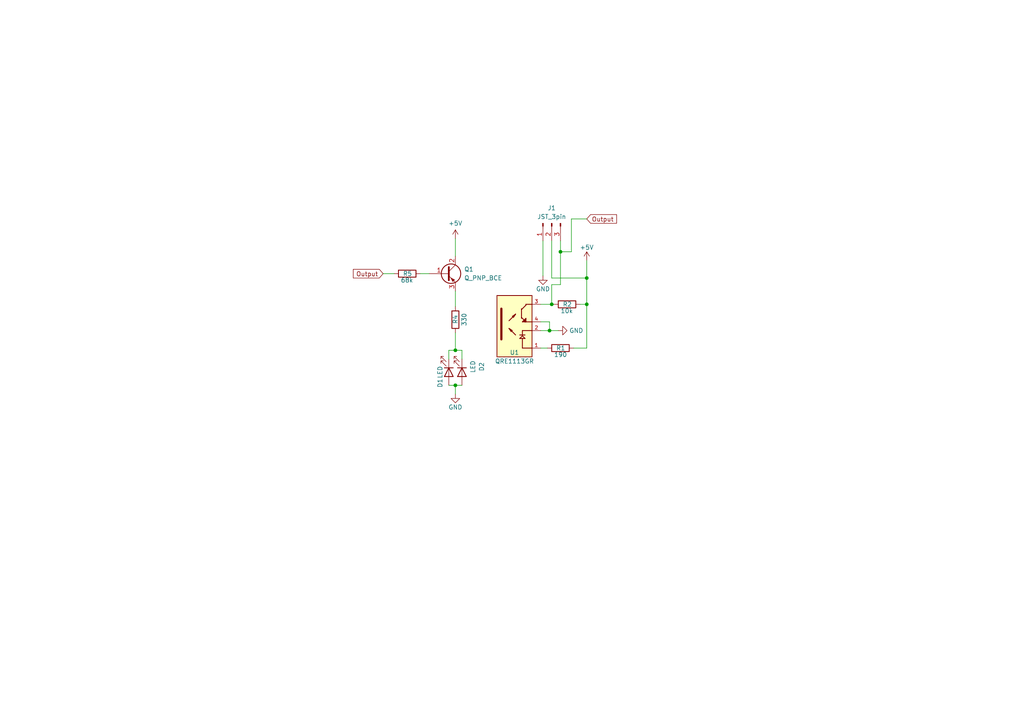
<source format=kicad_sch>
(kicad_sch (version 20230121) (generator eeschema)

  (uuid 8a9180b9-0836-4443-9d32-9390a98bda65)

  (paper "A4")

  (lib_symbols
    (symbol "Connector:Conn_01x03_Pin" (pin_names (offset 1.016) hide) (in_bom yes) (on_board yes)
      (property "Reference" "J" (at 0 5.08 0)
        (effects (font (size 1.27 1.27)))
      )
      (property "Value" "Conn_01x03_Pin" (at 0 -5.08 0)
        (effects (font (size 1.27 1.27)))
      )
      (property "Footprint" "" (at 0 0 0)
        (effects (font (size 1.27 1.27)) hide)
      )
      (property "Datasheet" "~" (at 0 0 0)
        (effects (font (size 1.27 1.27)) hide)
      )
      (property "ki_locked" "" (at 0 0 0)
        (effects (font (size 1.27 1.27)))
      )
      (property "ki_keywords" "connector" (at 0 0 0)
        (effects (font (size 1.27 1.27)) hide)
      )
      (property "ki_description" "Generic connector, single row, 01x03, script generated" (at 0 0 0)
        (effects (font (size 1.27 1.27)) hide)
      )
      (property "ki_fp_filters" "Connector*:*_1x??_*" (at 0 0 0)
        (effects (font (size 1.27 1.27)) hide)
      )
      (symbol "Conn_01x03_Pin_1_1"
        (polyline
          (pts
            (xy 1.27 -2.54)
            (xy 0.8636 -2.54)
          )
          (stroke (width 0.1524) (type default))
          (fill (type none))
        )
        (polyline
          (pts
            (xy 1.27 0)
            (xy 0.8636 0)
          )
          (stroke (width 0.1524) (type default))
          (fill (type none))
        )
        (polyline
          (pts
            (xy 1.27 2.54)
            (xy 0.8636 2.54)
          )
          (stroke (width 0.1524) (type default))
          (fill (type none))
        )
        (rectangle (start 0.8636 -2.413) (end 0 -2.667)
          (stroke (width 0.1524) (type default))
          (fill (type outline))
        )
        (rectangle (start 0.8636 0.127) (end 0 -0.127)
          (stroke (width 0.1524) (type default))
          (fill (type outline))
        )
        (rectangle (start 0.8636 2.667) (end 0 2.413)
          (stroke (width 0.1524) (type default))
          (fill (type outline))
        )
        (pin passive line (at 5.08 2.54 180) (length 3.81)
          (name "Pin_1" (effects (font (size 1.27 1.27))))
          (number "1" (effects (font (size 1.27 1.27))))
        )
        (pin passive line (at 5.08 0 180) (length 3.81)
          (name "Pin_2" (effects (font (size 1.27 1.27))))
          (number "2" (effects (font (size 1.27 1.27))))
        )
        (pin passive line (at 5.08 -2.54 180) (length 3.81)
          (name "Pin_3" (effects (font (size 1.27 1.27))))
          (number "3" (effects (font (size 1.27 1.27))))
        )
      )
    )
    (symbol "Device:LED" (pin_numbers hide) (pin_names (offset 1.016) hide) (in_bom yes) (on_board yes)
      (property "Reference" "D" (at 0 2.54 0)
        (effects (font (size 1.27 1.27)))
      )
      (property "Value" "LED" (at 0 -2.54 0)
        (effects (font (size 1.27 1.27)))
      )
      (property "Footprint" "" (at 0 0 0)
        (effects (font (size 1.27 1.27)) hide)
      )
      (property "Datasheet" "~" (at 0 0 0)
        (effects (font (size 1.27 1.27)) hide)
      )
      (property "ki_keywords" "LED diode" (at 0 0 0)
        (effects (font (size 1.27 1.27)) hide)
      )
      (property "ki_description" "Light emitting diode" (at 0 0 0)
        (effects (font (size 1.27 1.27)) hide)
      )
      (property "ki_fp_filters" "LED* LED_SMD:* LED_THT:*" (at 0 0 0)
        (effects (font (size 1.27 1.27)) hide)
      )
      (symbol "LED_0_1"
        (polyline
          (pts
            (xy -1.27 -1.27)
            (xy -1.27 1.27)
          )
          (stroke (width 0.254) (type default))
          (fill (type none))
        )
        (polyline
          (pts
            (xy -1.27 0)
            (xy 1.27 0)
          )
          (stroke (width 0) (type default))
          (fill (type none))
        )
        (polyline
          (pts
            (xy 1.27 -1.27)
            (xy 1.27 1.27)
            (xy -1.27 0)
            (xy 1.27 -1.27)
          )
          (stroke (width 0.254) (type default))
          (fill (type none))
        )
        (polyline
          (pts
            (xy -3.048 -0.762)
            (xy -4.572 -2.286)
            (xy -3.81 -2.286)
            (xy -4.572 -2.286)
            (xy -4.572 -1.524)
          )
          (stroke (width 0) (type default))
          (fill (type none))
        )
        (polyline
          (pts
            (xy -1.778 -0.762)
            (xy -3.302 -2.286)
            (xy -2.54 -2.286)
            (xy -3.302 -2.286)
            (xy -3.302 -1.524)
          )
          (stroke (width 0) (type default))
          (fill (type none))
        )
      )
      (symbol "LED_1_1"
        (pin passive line (at -3.81 0 0) (length 2.54)
          (name "K" (effects (font (size 1.27 1.27))))
          (number "1" (effects (font (size 1.27 1.27))))
        )
        (pin passive line (at 3.81 0 180) (length 2.54)
          (name "A" (effects (font (size 1.27 1.27))))
          (number "2" (effects (font (size 1.27 1.27))))
        )
      )
    )
    (symbol "Device:Q_PNP_BCE" (pin_names (offset 0) hide) (in_bom yes) (on_board yes)
      (property "Reference" "Q" (at 5.08 1.27 0)
        (effects (font (size 1.27 1.27)) (justify left))
      )
      (property "Value" "Q_PNP_BCE" (at 5.08 -1.27 0)
        (effects (font (size 1.27 1.27)) (justify left))
      )
      (property "Footprint" "" (at 5.08 2.54 0)
        (effects (font (size 1.27 1.27)) hide)
      )
      (property "Datasheet" "~" (at 0 0 0)
        (effects (font (size 1.27 1.27)) hide)
      )
      (property "ki_keywords" "transistor PNP" (at 0 0 0)
        (effects (font (size 1.27 1.27)) hide)
      )
      (property "ki_description" "PNP transistor, base/collector/emitter" (at 0 0 0)
        (effects (font (size 1.27 1.27)) hide)
      )
      (symbol "Q_PNP_BCE_0_1"
        (polyline
          (pts
            (xy 0.635 0.635)
            (xy 2.54 2.54)
          )
          (stroke (width 0) (type default))
          (fill (type none))
        )
        (polyline
          (pts
            (xy 0.635 -0.635)
            (xy 2.54 -2.54)
            (xy 2.54 -2.54)
          )
          (stroke (width 0) (type default))
          (fill (type none))
        )
        (polyline
          (pts
            (xy 0.635 1.905)
            (xy 0.635 -1.905)
            (xy 0.635 -1.905)
          )
          (stroke (width 0.508) (type default))
          (fill (type none))
        )
        (polyline
          (pts
            (xy 2.286 -1.778)
            (xy 1.778 -2.286)
            (xy 1.27 -1.27)
            (xy 2.286 -1.778)
            (xy 2.286 -1.778)
          )
          (stroke (width 0) (type default))
          (fill (type outline))
        )
        (circle (center 1.27 0) (radius 2.8194)
          (stroke (width 0.254) (type default))
          (fill (type none))
        )
      )
      (symbol "Q_PNP_BCE_1_1"
        (pin input line (at -5.08 0 0) (length 5.715)
          (name "B" (effects (font (size 1.27 1.27))))
          (number "1" (effects (font (size 1.27 1.27))))
        )
        (pin passive line (at 2.54 5.08 270) (length 2.54)
          (name "C" (effects (font (size 1.27 1.27))))
          (number "2" (effects (font (size 1.27 1.27))))
        )
        (pin passive line (at 2.54 -5.08 90) (length 2.54)
          (name "E" (effects (font (size 1.27 1.27))))
          (number "3" (effects (font (size 1.27 1.27))))
        )
      )
    )
    (symbol "Device:R" (pin_numbers hide) (pin_names (offset 0)) (in_bom yes) (on_board yes)
      (property "Reference" "R" (at 2.032 0 90)
        (effects (font (size 1.27 1.27)))
      )
      (property "Value" "R" (at 0 0 90)
        (effects (font (size 1.27 1.27)))
      )
      (property "Footprint" "" (at -1.778 0 90)
        (effects (font (size 1.27 1.27)) hide)
      )
      (property "Datasheet" "~" (at 0 0 0)
        (effects (font (size 1.27 1.27)) hide)
      )
      (property "ki_keywords" "R res resistor" (at 0 0 0)
        (effects (font (size 1.27 1.27)) hide)
      )
      (property "ki_description" "Resistor" (at 0 0 0)
        (effects (font (size 1.27 1.27)) hide)
      )
      (property "ki_fp_filters" "R_*" (at 0 0 0)
        (effects (font (size 1.27 1.27)) hide)
      )
      (symbol "R_0_1"
        (rectangle (start -1.016 -2.54) (end 1.016 2.54)
          (stroke (width 0.254) (type default))
          (fill (type none))
        )
      )
      (symbol "R_1_1"
        (pin passive line (at 0 3.81 270) (length 1.27)
          (name "~" (effects (font (size 1.27 1.27))))
          (number "1" (effects (font (size 1.27 1.27))))
        )
        (pin passive line (at 0 -3.81 90) (length 1.27)
          (name "~" (effects (font (size 1.27 1.27))))
          (number "2" (effects (font (size 1.27 1.27))))
        )
      )
    )
    (symbol "User_Custom_Symbol_Library:QRE1113GR" (pin_names (offset 1.016)) (in_bom yes) (on_board yes)
      (property "Reference" "U" (at -5.08 10.795 0)
        (effects (font (size 1.27 1.27)) (justify left bottom))
      )
      (property "Value" "QRE1113GR" (at -5.08 -10.16 0)
        (effects (font (size 1.27 1.27)) (justify left bottom))
      )
      (property "Footprint" "user_custom_library:QRE1113GR" (at 0 0 0)
        (effects (font (size 1.27 1.27)) (justify bottom) hide)
      )
      (property "Datasheet" "" (at 0 0 0)
        (effects (font (size 1.27 1.27)) hide)
      )
      (property "DESCRIPTION" "QRE1113 Series 30 V 50 mA Miniature Reflective Object Sensor - SMD-4" (at 0 0 0)
        (effects (font (size 1.27 1.27)) (justify bottom) hide)
      )
      (property "PACKAGE" "SMD-4 ON Semiconductor" (at 0 0 0)
        (effects (font (size 1.27 1.27)) (justify bottom) hide)
      )
      (symbol "QRE1113GR_0_0"
        (rectangle (start -5.08 10.16) (end 5.08 -7.62)
          (stroke (width 0.254) (type default))
          (fill (type background))
        )
        (polyline
          (pts
            (xy -3.81 6.35)
            (xy -3.81 -2.54)
          )
          (stroke (width 0.635) (type default))
          (fill (type none))
        )
        (polyline
          (pts
            (xy -1.5875 0.635)
            (xy -0.9525 -0.3175)
          )
          (stroke (width 0.254) (type default))
          (fill (type none))
        )
        (polyline
          (pts
            (xy -1.5875 0.635)
            (xy -0.635 0)
          )
          (stroke (width 0.254) (type default))
          (fill (type none))
        )
        (polyline
          (pts
            (xy -1.5875 2.8575)
            (xy 0.3175 4.7625)
          )
          (stroke (width 0.254) (type default))
          (fill (type none))
        )
        (polyline
          (pts
            (xy 0.3175 -1.27)
            (xy -1.5875 0.635)
          )
          (stroke (width 0.254) (type default))
          (fill (type none))
        )
        (polyline
          (pts
            (xy 0.3175 4.7625)
            (xy -0.635 4.1275)
          )
          (stroke (width 0.254) (type default))
          (fill (type none))
        )
        (polyline
          (pts
            (xy 0.3175 4.7625)
            (xy -0.3175 3.81)
          )
          (stroke (width 0.254) (type default))
          (fill (type none))
        )
        (polyline
          (pts
            (xy 2.032 3.81)
            (xy 2.032 3.556)
          )
          (stroke (width 0.254) (type default))
          (fill (type none))
        )
        (polyline
          (pts
            (xy 2.032 3.81)
            (xy 3.302 2.54)
          )
          (stroke (width 0.254) (type default))
          (fill (type none))
        )
        (polyline
          (pts
            (xy 2.032 6.096)
            (xy 2.032 3.81)
          )
          (stroke (width 0.254) (type default))
          (fill (type none))
        )
        (polyline
          (pts
            (xy 2.032 6.096)
            (xy 2.032 6.35)
          )
          (stroke (width 0.254) (type default))
          (fill (type none))
        )
        (polyline
          (pts
            (xy 2.286 -5.08)
            (xy 2.286 -2.286)
          )
          (stroke (width 0.254) (type default))
          (fill (type none))
        )
        (polyline
          (pts
            (xy 2.286 -2.286)
            (xy 1.524 -2.286)
          )
          (stroke (width 0.254) (type default))
          (fill (type none))
        )
        (polyline
          (pts
            (xy 2.286 -2.286)
            (xy 3.048 -2.286)
          )
          (stroke (width 0.254) (type default))
          (fill (type none))
        )
        (polyline
          (pts
            (xy 2.286 -1.524)
            (xy 1.524 -2.286)
          )
          (stroke (width 0.254) (type default))
          (fill (type none))
        )
        (polyline
          (pts
            (xy 2.286 -1.27)
            (xy 2.286 0)
          )
          (stroke (width 0.254) (type default))
          (fill (type none))
        )
        (polyline
          (pts
            (xy 2.286 0)
            (xy 5.08 0)
          )
          (stroke (width 0.254) (type default))
          (fill (type none))
        )
        (polyline
          (pts
            (xy 2.286 2.54)
            (xy 3.048 2.54)
          )
          (stroke (width 0.254) (type default))
          (fill (type none))
        )
        (polyline
          (pts
            (xy 2.54 2.794)
            (xy 2.286 2.54)
          )
          (stroke (width 0.254) (type default))
          (fill (type none))
        )
        (polyline
          (pts
            (xy 2.54 2.794)
            (xy 2.794 2.794)
          )
          (stroke (width 0.254) (type default))
          (fill (type none))
        )
        (polyline
          (pts
            (xy 2.794 2.794)
            (xy 3.048 2.54)
          )
          (stroke (width 0.254) (type default))
          (fill (type none))
        )
        (polyline
          (pts
            (xy 3.048 -2.286)
            (xy 2.286 -1.524)
          )
          (stroke (width 0.254) (type default))
          (fill (type none))
        )
        (polyline
          (pts
            (xy 3.048 -1.27)
            (xy 1.524 -1.27)
          )
          (stroke (width 0.254) (type default))
          (fill (type none))
        )
        (polyline
          (pts
            (xy 3.048 2.54)
            (xy 3.048 3.048)
          )
          (stroke (width 0.254) (type default))
          (fill (type none))
        )
        (polyline
          (pts
            (xy 3.048 2.54)
            (xy 3.302 2.54)
          )
          (stroke (width 0.254) (type default))
          (fill (type none))
        )
        (polyline
          (pts
            (xy 3.048 3.048)
            (xy 2.794 2.794)
          )
          (stroke (width 0.254) (type default))
          (fill (type none))
        )
        (polyline
          (pts
            (xy 3.048 3.048)
            (xy 3.302 3.302)
          )
          (stroke (width 0.254) (type default))
          (fill (type none))
        )
        (polyline
          (pts
            (xy 3.302 2.54)
            (xy 3.302 2.794)
          )
          (stroke (width 0.254) (type default))
          (fill (type none))
        )
        (polyline
          (pts
            (xy 3.302 2.54)
            (xy 5.08 2.54)
          )
          (stroke (width 0.254) (type default))
          (fill (type none))
        )
        (polyline
          (pts
            (xy 3.302 2.794)
            (xy 3.048 3.048)
          )
          (stroke (width 0.254) (type default))
          (fill (type none))
        )
        (polyline
          (pts
            (xy 3.302 2.794)
            (xy 3.302 3.302)
          )
          (stroke (width 0.254) (type default))
          (fill (type none))
        )
        (polyline
          (pts
            (xy 3.302 3.302)
            (xy 3.302 3.556)
          )
          (stroke (width 0.254) (type default))
          (fill (type none))
        )
        (polyline
          (pts
            (xy 3.302 3.556)
            (xy 2.54 2.794)
          )
          (stroke (width 0.254) (type default))
          (fill (type none))
        )
        (polyline
          (pts
            (xy 3.302 7.366)
            (xy 2.032 6.096)
          )
          (stroke (width 0.254) (type default))
          (fill (type none))
        )
        (polyline
          (pts
            (xy 3.302 7.62)
            (xy 3.302 7.366)
          )
          (stroke (width 0.254) (type default))
          (fill (type none))
        )
        (polyline
          (pts
            (xy 5.08 -5.08)
            (xy 2.286 -5.08)
          )
          (stroke (width 0.254) (type default))
          (fill (type none))
        )
        (polyline
          (pts
            (xy 5.08 7.62)
            (xy 3.302 7.62)
          )
          (stroke (width 0.254) (type default))
          (fill (type none))
        )
        (pin passive line (at 7.62 -5.08 180) (length 2.54)
          (name "~" (effects (font (size 1.016 1.016))))
          (number "1" (effects (font (size 1.016 1.016))))
        )
        (pin passive line (at 7.62 0 180) (length 2.54)
          (name "~" (effects (font (size 1.016 1.016))))
          (number "2" (effects (font (size 1.016 1.016))))
        )
        (pin passive line (at 7.62 7.62 180) (length 2.54)
          (name "~" (effects (font (size 1.016 1.016))))
          (number "3" (effects (font (size 1.016 1.016))))
        )
        (pin passive line (at 7.62 2.54 180) (length 2.54)
          (name "~" (effects (font (size 1.016 1.016))))
          (number "4" (effects (font (size 1.016 1.016))))
        )
      )
    )
    (symbol "power:+5V" (power) (pin_names (offset 0)) (in_bom yes) (on_board yes)
      (property "Reference" "#PWR" (at 0 -3.81 0)
        (effects (font (size 1.27 1.27)) hide)
      )
      (property "Value" "+5V" (at 0 3.556 0)
        (effects (font (size 1.27 1.27)))
      )
      (property "Footprint" "" (at 0 0 0)
        (effects (font (size 1.27 1.27)) hide)
      )
      (property "Datasheet" "" (at 0 0 0)
        (effects (font (size 1.27 1.27)) hide)
      )
      (property "ki_keywords" "global power" (at 0 0 0)
        (effects (font (size 1.27 1.27)) hide)
      )
      (property "ki_description" "Power symbol creates a global label with name \"+5V\"" (at 0 0 0)
        (effects (font (size 1.27 1.27)) hide)
      )
      (symbol "+5V_0_1"
        (polyline
          (pts
            (xy -0.762 1.27)
            (xy 0 2.54)
          )
          (stroke (width 0) (type default))
          (fill (type none))
        )
        (polyline
          (pts
            (xy 0 0)
            (xy 0 2.54)
          )
          (stroke (width 0) (type default))
          (fill (type none))
        )
        (polyline
          (pts
            (xy 0 2.54)
            (xy 0.762 1.27)
          )
          (stroke (width 0) (type default))
          (fill (type none))
        )
      )
      (symbol "+5V_1_1"
        (pin power_in line (at 0 0 90) (length 0) hide
          (name "+5V" (effects (font (size 1.27 1.27))))
          (number "1" (effects (font (size 1.27 1.27))))
        )
      )
    )
    (symbol "power:GND" (power) (pin_names (offset 0)) (in_bom yes) (on_board yes)
      (property "Reference" "#PWR" (at 0 -6.35 0)
        (effects (font (size 1.27 1.27)) hide)
      )
      (property "Value" "GND" (at 0 -3.81 0)
        (effects (font (size 1.27 1.27)))
      )
      (property "Footprint" "" (at 0 0 0)
        (effects (font (size 1.27 1.27)) hide)
      )
      (property "Datasheet" "" (at 0 0 0)
        (effects (font (size 1.27 1.27)) hide)
      )
      (property "ki_keywords" "global power" (at 0 0 0)
        (effects (font (size 1.27 1.27)) hide)
      )
      (property "ki_description" "Power symbol creates a global label with name \"GND\" , ground" (at 0 0 0)
        (effects (font (size 1.27 1.27)) hide)
      )
      (symbol "GND_0_1"
        (polyline
          (pts
            (xy 0 0)
            (xy 0 -1.27)
            (xy 1.27 -1.27)
            (xy 0 -2.54)
            (xy -1.27 -1.27)
            (xy 0 -1.27)
          )
          (stroke (width 0) (type default))
          (fill (type none))
        )
      )
      (symbol "GND_1_1"
        (pin power_in line (at 0 0 270) (length 0) hide
          (name "GND" (effects (font (size 1.27 1.27))))
          (number "1" (effects (font (size 1.27 1.27))))
        )
      )
    )
  )

  (junction (at 162.56 73.025) (diameter 0) (color 0 0 0 0)
    (uuid 25580b32-a7e6-4c77-b765-21b31f61d574)
  )
  (junction (at 132.08 111.76) (diameter 0) (color 0 0 0 0)
    (uuid 2715e54e-40f2-4fea-b283-e086232c7ba9)
  )
  (junction (at 132.08 101.6) (diameter 0) (color 0 0 0 0)
    (uuid 2f33c41a-9f2d-437d-bbdd-944488b26891)
  )
  (junction (at 159.385 95.885) (diameter 0) (color 0 0 0 0)
    (uuid 8b88ba37-058d-47bd-b96e-756c08c8e47a)
  )
  (junction (at 160.02 88.265) (diameter 0) (color 0 0 0 0)
    (uuid 9d8bf20e-4b71-4dad-bdc7-cc2293220438)
  )
  (junction (at 170.18 80.645) (diameter 0) (color 0 0 0 0)
    (uuid cde8879a-baa6-407f-9963-1c69dee225e7)
  )
  (junction (at 170.18 88.265) (diameter 0) (color 0 0 0 0)
    (uuid d85d169a-bd6a-4417-bd20-51b02ca5a603)
  )

  (wire (pts (xy 156.845 88.265) (xy 160.02 88.265))
    (stroke (width 0) (type default))
    (uuid 0ce09e65-d584-450d-9128-b190d9ff446b)
  )
  (wire (pts (xy 162.56 82.55) (xy 160.02 82.55))
    (stroke (width 0) (type default))
    (uuid 149fcf62-213e-432d-b5d8-aea54e140b56)
  )
  (wire (pts (xy 157.48 69.85) (xy 157.48 80.01))
    (stroke (width 0) (type default))
    (uuid 2555baa6-f00e-463a-a92f-ffe8e706b9f9)
  )
  (wire (pts (xy 170.18 88.265) (xy 170.18 100.965))
    (stroke (width 0) (type default))
    (uuid 29da95df-48aa-47ee-b93b-fb6933b42d08)
  )
  (wire (pts (xy 132.08 84.455) (xy 132.08 88.9))
    (stroke (width 0) (type default))
    (uuid 2ffefce1-1e93-4d64-ad30-f515aa8bce67)
  )
  (wire (pts (xy 170.18 100.965) (xy 166.37 100.965))
    (stroke (width 0) (type default))
    (uuid 35878313-1ea4-49b3-bd2f-5ca5e61ceab9)
  )
  (wire (pts (xy 160.02 88.265) (xy 160.655 88.265))
    (stroke (width 0) (type default))
    (uuid 37d523e7-601f-42a7-8b6a-de8895fea971)
  )
  (wire (pts (xy 162.56 73.025) (xy 162.56 82.55))
    (stroke (width 0) (type default))
    (uuid 45a88fc9-0d4f-402d-b496-98391549223e)
  )
  (wire (pts (xy 160.02 80.645) (xy 170.18 80.645))
    (stroke (width 0) (type default))
    (uuid 45bed62d-8200-4645-a8a7-6a2f6cc3e0c5)
  )
  (wire (pts (xy 132.08 101.6) (xy 133.985 101.6))
    (stroke (width 0) (type default))
    (uuid 4b2c7300-dce5-4b80-a63c-cadc35b6fc4b)
  )
  (wire (pts (xy 132.08 111.76) (xy 132.08 114.3))
    (stroke (width 0) (type default))
    (uuid 516d0da0-e498-4a0e-97b5-bbe6e7a92c05)
  )
  (wire (pts (xy 156.845 100.965) (xy 158.75 100.965))
    (stroke (width 0) (type default))
    (uuid 5190621e-1154-4598-8cdc-3842ed7badef)
  )
  (wire (pts (xy 132.08 96.52) (xy 132.08 101.6))
    (stroke (width 0) (type default))
    (uuid 54002c6e-2ca1-4bca-b4b2-21f7767199a8)
  )
  (wire (pts (xy 156.845 93.345) (xy 159.385 93.345))
    (stroke (width 0) (type default))
    (uuid 543a4639-3633-46d5-9020-2d5b7179f26b)
  )
  (wire (pts (xy 156.845 95.885) (xy 159.385 95.885))
    (stroke (width 0) (type default))
    (uuid 56988a44-d90d-4108-95db-6deb57e2ca3e)
  )
  (wire (pts (xy 161.925 95.885) (xy 159.385 95.885))
    (stroke (width 0) (type default))
    (uuid 64be502b-72e5-4d2d-8480-3b0145b51aa0)
  )
  (wire (pts (xy 165.735 73.025) (xy 162.56 73.025))
    (stroke (width 0) (type default))
    (uuid 65fc619d-b780-418b-ad9d-0a045ea7dd49)
  )
  (wire (pts (xy 132.08 111.76) (xy 133.985 111.76))
    (stroke (width 0) (type default))
    (uuid 6a4392ef-a9db-47b4-9507-5ce4d416d55b)
  )
  (wire (pts (xy 165.735 63.5) (xy 165.735 73.025))
    (stroke (width 0) (type default))
    (uuid 9631d38a-3c60-475e-a89f-4a0f3d3363a8)
  )
  (wire (pts (xy 121.92 79.375) (xy 124.46 79.375))
    (stroke (width 0) (type default))
    (uuid 9dbde695-f094-4a62-9632-122aa9e29efc)
  )
  (wire (pts (xy 170.18 75.565) (xy 170.18 80.645))
    (stroke (width 0) (type default))
    (uuid acb6f769-c39c-4e5d-b00b-905fcee09f2f)
  )
  (wire (pts (xy 132.08 69.215) (xy 132.08 74.295))
    (stroke (width 0) (type default))
    (uuid b3242c35-bd62-4ed0-b651-3ae703e36742)
  )
  (wire (pts (xy 130.175 101.6) (xy 130.175 104.14))
    (stroke (width 0) (type default))
    (uuid b8565010-8ff5-4f6b-a5ae-b322de8bfc30)
  )
  (wire (pts (xy 170.18 80.645) (xy 170.18 88.265))
    (stroke (width 0) (type default))
    (uuid c0ec3e6b-ae60-443b-8b6c-e5c29786539d)
  )
  (wire (pts (xy 130.175 111.76) (xy 132.08 111.76))
    (stroke (width 0) (type default))
    (uuid c6177471-dd00-4a44-a2f3-85cd1cd32560)
  )
  (wire (pts (xy 130.175 101.6) (xy 132.08 101.6))
    (stroke (width 0) (type default))
    (uuid cd9650ea-eb34-420a-8a63-d93d833d8801)
  )
  (wire (pts (xy 111.125 79.375) (xy 114.3 79.375))
    (stroke (width 0) (type default))
    (uuid cfb10e66-cb96-410f-8f45-b2abbc499995)
  )
  (wire (pts (xy 168.275 88.265) (xy 170.18 88.265))
    (stroke (width 0) (type default))
    (uuid d077e729-2f47-4613-a74a-51a5c103ff43)
  )
  (wire (pts (xy 133.985 101.6) (xy 133.985 104.14))
    (stroke (width 0) (type default))
    (uuid d0925e75-68ff-45e9-803f-caf4a0a962ce)
  )
  (wire (pts (xy 160.02 82.55) (xy 160.02 88.265))
    (stroke (width 0) (type default))
    (uuid d183bad7-fde3-41e3-a004-404c1d4f1cd4)
  )
  (wire (pts (xy 160.02 69.85) (xy 160.02 80.645))
    (stroke (width 0) (type default))
    (uuid d2135916-9028-4a74-a018-067440f8915a)
  )
  (wire (pts (xy 162.56 69.85) (xy 162.56 73.025))
    (stroke (width 0) (type default))
    (uuid d5a60fcd-5677-4459-90d6-fbab24749106)
  )
  (wire (pts (xy 159.385 93.345) (xy 159.385 95.885))
    (stroke (width 0) (type default))
    (uuid d6ebc37b-bf13-497c-b7ac-ae014dd6626f)
  )
  (wire (pts (xy 170.18 63.5) (xy 165.735 63.5))
    (stroke (width 0) (type default))
    (uuid d9223083-d897-4ad7-b9ab-7c1ab0079e1f)
  )

  (global_label "Output" (shape input) (at 111.125 79.375 180) (fields_autoplaced)
    (effects (font (size 1.27 1.27)) (justify right))
    (uuid 5f7bcd97-3ddb-4707-8c98-2bfd6f059139)
    (property "Intersheetrefs" "${INTERSHEET_REFS}" (at 101.9109 79.375 0)
      (effects (font (size 1.27 1.27)) (justify right) hide)
    )
  )
  (global_label "Output" (shape input) (at 170.18 63.5 0) (fields_autoplaced)
    (effects (font (size 1.27 1.27)) (justify left))
    (uuid fbc689ad-8895-4af3-9e97-1a7c25435347)
    (property "Intersheetrefs" "${INTERSHEET_REFS}" (at 179.3941 63.5 0)
      (effects (font (size 1.27 1.27)) (justify left) hide)
    )
  )

  (symbol (lib_id "power:+5V") (at 170.18 75.565 0) (unit 1)
    (in_bom yes) (on_board yes) (dnp no)
    (uuid 08a38b5c-2b17-42fe-b6ef-2f177f432503)
    (property "Reference" "#PWR01" (at 170.18 79.375 0)
      (effects (font (size 1.27 1.27)) hide)
    )
    (property "Value" "+5V" (at 170.18 71.755 0)
      (effects (font (size 1.27 1.27)))
    )
    (property "Footprint" "" (at 170.18 75.565 0)
      (effects (font (size 1.27 1.27)) hide)
    )
    (property "Datasheet" "" (at 170.18 75.565 0)
      (effects (font (size 1.27 1.27)) hide)
    )
    (pin "1" (uuid 6d9ab724-4b78-40dc-8f02-172959fe4fac))
    (instances
      (project "Pedal_Proxy_Sensor_PCB"
        (path "/8a9180b9-0836-4443-9d32-9390a98bda65"
          (reference "#PWR01") (unit 1)
        )
      )
    )
  )

  (symbol (lib_id "Connector:Conn_01x03_Pin") (at 160.02 64.77 90) (mirror x) (unit 1)
    (in_bom yes) (on_board yes) (dnp no)
    (uuid 2925c160-4908-469a-a437-64cdd13d42c3)
    (property "Reference" "J1" (at 160.02 60.325 90)
      (effects (font (size 1.27 1.27)))
    )
    (property "Value" "JST_3pin" (at 160.02 62.865 90)
      (effects (font (size 1.27 1.27)))
    )
    (property "Footprint" "Connector_JST_Modified:JST_XH_B3B-XH-A_1x03_P2.50mm_Vertical_Mod" (at 160.02 64.77 0)
      (effects (font (size 1.27 1.27)) hide)
    )
    (property "Datasheet" "~" (at 160.02 64.77 0)
      (effects (font (size 1.27 1.27)) hide)
    )
    (pin "1" (uuid 4772198c-155a-448b-9678-ecf5530e4f6e))
    (pin "2" (uuid 09428927-2df0-4179-bb4d-26581ae3931c))
    (pin "3" (uuid e3a54556-641b-49bb-b1fe-71ddd1ee3f88))
    (instances
      (project "Pedal_Proxy_Sensor_PCB"
        (path "/8a9180b9-0836-4443-9d32-9390a98bda65"
          (reference "J1") (unit 1)
        )
      )
    )
  )

  (symbol (lib_id "power:+5V") (at 132.08 69.215 0) (unit 1)
    (in_bom yes) (on_board yes) (dnp no)
    (uuid 2f2e399a-27f9-4c78-b362-e0d4783db434)
    (property "Reference" "#PWR05" (at 132.08 73.025 0)
      (effects (font (size 1.27 1.27)) hide)
    )
    (property "Value" "+5V" (at 132.08 64.77 0)
      (effects (font (size 1.27 1.27)))
    )
    (property "Footprint" "" (at 132.08 69.215 0)
      (effects (font (size 1.27 1.27)) hide)
    )
    (property "Datasheet" "" (at 132.08 69.215 0)
      (effects (font (size 1.27 1.27)) hide)
    )
    (pin "1" (uuid baf5d1aa-d641-40e0-b5d9-5e34e28efbb2))
    (instances
      (project "Pedal_Proxy_Sensor_PCB"
        (path "/8a9180b9-0836-4443-9d32-9390a98bda65"
          (reference "#PWR05") (unit 1)
        )
      )
    )
  )

  (symbol (lib_id "Device:Q_PNP_BCE") (at 129.54 79.375 0) (unit 1)
    (in_bom yes) (on_board yes) (dnp no) (fields_autoplaced)
    (uuid 3e892809-bc8f-4c78-85fc-5a5dd2fb5396)
    (property "Reference" "Q1" (at 134.62 78.105 0)
      (effects (font (size 1.27 1.27)) (justify left))
    )
    (property "Value" "Q_PNP_BCE" (at 134.62 80.645 0)
      (effects (font (size 1.27 1.27)) (justify left))
    )
    (property "Footprint" "Package_TO_SOT_SMD:SOT-23_Handsoldering" (at 134.62 76.835 0)
      (effects (font (size 1.27 1.27)) hide)
    )
    (property "Datasheet" "~" (at 129.54 79.375 0)
      (effects (font (size 1.27 1.27)) hide)
    )
    (pin "1" (uuid 1571e44a-6209-4a0b-a619-b561befb9afa))
    (pin "2" (uuid 2a5fa4b2-5cc1-4335-8245-0d093804ab0a))
    (pin "3" (uuid 6a293756-ec4c-4b07-b148-9005fdc72c77))
    (instances
      (project "Pedal_Proxy_Sensor_PCB"
        (path "/8a9180b9-0836-4443-9d32-9390a98bda65"
          (reference "Q1") (unit 1)
        )
      )
    )
  )

  (symbol (lib_id "power:GND") (at 161.925 95.885 90) (unit 1)
    (in_bom yes) (on_board yes) (dnp no) (fields_autoplaced)
    (uuid 53f47f85-f2c1-4f2c-92cf-5a88c420abe0)
    (property "Reference" "#PWR02" (at 168.275 95.885 0)
      (effects (font (size 1.27 1.27)) hide)
    )
    (property "Value" "GND" (at 165.1 95.885 90)
      (effects (font (size 1.27 1.27)) (justify right))
    )
    (property "Footprint" "" (at 161.925 95.885 0)
      (effects (font (size 1.27 1.27)) hide)
    )
    (property "Datasheet" "" (at 161.925 95.885 0)
      (effects (font (size 1.27 1.27)) hide)
    )
    (pin "1" (uuid 44c74d0a-21ac-480a-b77d-efaf85f91939))
    (instances
      (project "Pedal_Proxy_Sensor_PCB"
        (path "/8a9180b9-0836-4443-9d32-9390a98bda65"
          (reference "#PWR02") (unit 1)
        )
      )
    )
  )

  (symbol (lib_id "Device:R") (at 132.08 92.71 0) (unit 1)
    (in_bom yes) (on_board yes) (dnp no)
    (uuid 62ce739a-7b59-47fa-9536-e188823a4547)
    (property "Reference" "R4" (at 132.08 93.98 90)
      (effects (font (size 1.27 1.27)) (justify left))
    )
    (property "Value" "330" (at 134.62 94.615 90)
      (effects (font (size 1.27 1.27)) (justify left))
    )
    (property "Footprint" "Resistor_SMD:R_0805_2012Metric_Pad1.20x1.40mm_HandSolder" (at 130.302 92.71 90)
      (effects (font (size 1.27 1.27)) hide)
    )
    (property "Datasheet" "~" (at 132.08 92.71 0)
      (effects (font (size 1.27 1.27)) hide)
    )
    (pin "1" (uuid 31482196-1756-4924-a0dc-71757159e44b))
    (pin "2" (uuid 910dd3d3-45bb-4bbb-800f-21372468f918))
    (instances
      (project "Pedal_Proxy_Sensor_PCB"
        (path "/8a9180b9-0836-4443-9d32-9390a98bda65"
          (reference "R4") (unit 1)
        )
      )
    )
  )

  (symbol (lib_id "Device:LED") (at 130.175 107.95 270) (unit 1)
    (in_bom yes) (on_board yes) (dnp no)
    (uuid 8b9d6bc5-6f53-4a13-8fb6-93fb9ebc03ce)
    (property "Reference" "D1" (at 127.635 111.125 0)
      (effects (font (size 1.27 1.27)))
    )
    (property "Value" "LED" (at 127.635 107.95 0)
      (effects (font (size 1.27 1.27)))
    )
    (property "Footprint" "LED_SMD:LED_0805_2012Metric_Pad1.15x1.40mm_HandSolder" (at 130.175 107.95 0)
      (effects (font (size 1.27 1.27)) hide)
    )
    (property "Datasheet" "~" (at 130.175 107.95 0)
      (effects (font (size 1.27 1.27)) hide)
    )
    (pin "1" (uuid 809011ef-c2cc-46ce-9468-005cbc9cf062))
    (pin "2" (uuid 0413e844-a135-4573-8548-d0dbe35ee96a))
    (instances
      (project "Pedal_Proxy_Sensor_PCB"
        (path "/8a9180b9-0836-4443-9d32-9390a98bda65"
          (reference "D1") (unit 1)
        )
      )
    )
  )

  (symbol (lib_id "power:GND") (at 157.48 80.01 0) (unit 1)
    (in_bom yes) (on_board yes) (dnp no)
    (uuid 96260d95-27ac-4492-9036-eddaf80a3352)
    (property "Reference" "#PWR03" (at 157.48 86.36 0)
      (effects (font (size 1.27 1.27)) hide)
    )
    (property "Value" "GND" (at 157.48 83.82 0)
      (effects (font (size 1.27 1.27)))
    )
    (property "Footprint" "" (at 157.48 80.01 0)
      (effects (font (size 1.27 1.27)) hide)
    )
    (property "Datasheet" "" (at 157.48 80.01 0)
      (effects (font (size 1.27 1.27)) hide)
    )
    (pin "1" (uuid eb6c23c6-3ee8-47fe-a556-6ccebcc859c0))
    (instances
      (project "Pedal_Proxy_Sensor_PCB"
        (path "/8a9180b9-0836-4443-9d32-9390a98bda65"
          (reference "#PWR03") (unit 1)
        )
      )
    )
  )

  (symbol (lib_id "Device:R") (at 162.56 100.965 270) (unit 1)
    (in_bom yes) (on_board yes) (dnp no)
    (uuid a34edb6b-f089-4fe6-83df-529e95c3e995)
    (property "Reference" "R1" (at 161.29 100.965 90)
      (effects (font (size 1.27 1.27)) (justify left))
    )
    (property "Value" "190" (at 160.655 102.87 90)
      (effects (font (size 1.27 1.27)) (justify left))
    )
    (property "Footprint" "Resistor_SMD:R_0603_1608Metric_Pad0.98x0.95mm_HandSolder" (at 162.56 99.187 90)
      (effects (font (size 1.27 1.27)) hide)
    )
    (property "Datasheet" "~" (at 162.56 100.965 0)
      (effects (font (size 1.27 1.27)) hide)
    )
    (pin "1" (uuid 13b91cd6-3d96-4538-913b-484310bc3b79))
    (pin "2" (uuid e938fa16-437f-4e0b-aaae-4e211ee66936))
    (instances
      (project "Pedal_Proxy_Sensor_PCB"
        (path "/8a9180b9-0836-4443-9d32-9390a98bda65"
          (reference "R1") (unit 1)
        )
      )
    )
  )

  (symbol (lib_id "power:GND") (at 132.08 114.3 0) (unit 1)
    (in_bom yes) (on_board yes) (dnp no)
    (uuid a52b281d-39cb-4510-9328-325a8536a8ca)
    (property "Reference" "#PWR04" (at 132.08 120.65 0)
      (effects (font (size 1.27 1.27)) hide)
    )
    (property "Value" "GND" (at 132.08 118.11 0)
      (effects (font (size 1.27 1.27)))
    )
    (property "Footprint" "" (at 132.08 114.3 0)
      (effects (font (size 1.27 1.27)) hide)
    )
    (property "Datasheet" "" (at 132.08 114.3 0)
      (effects (font (size 1.27 1.27)) hide)
    )
    (pin "1" (uuid 662f5f3c-92ef-4b8a-949f-c5ad2465d880))
    (instances
      (project "Pedal_Proxy_Sensor_PCB"
        (path "/8a9180b9-0836-4443-9d32-9390a98bda65"
          (reference "#PWR04") (unit 1)
        )
      )
    )
  )

  (symbol (lib_id "Device:R") (at 118.11 79.375 270) (unit 1)
    (in_bom yes) (on_board yes) (dnp no)
    (uuid ba8274b8-69fc-452e-82ab-7b3b10a238f7)
    (property "Reference" "R5" (at 116.84 79.375 90)
      (effects (font (size 1.27 1.27)) (justify left))
    )
    (property "Value" "68k" (at 116.205 81.28 90)
      (effects (font (size 1.27 1.27)) (justify left))
    )
    (property "Footprint" "Resistor_SMD:R_0603_1608Metric_Pad0.98x0.95mm_HandSolder" (at 118.11 77.597 90)
      (effects (font (size 1.27 1.27)) hide)
    )
    (property "Datasheet" "~" (at 118.11 79.375 0)
      (effects (font (size 1.27 1.27)) hide)
    )
    (pin "1" (uuid ad065181-8275-465b-ab07-14f8632b42bc))
    (pin "2" (uuid 9ce0ce7c-81af-4627-b37b-aceac5f4cd38))
    (instances
      (project "Pedal_Proxy_Sensor_PCB"
        (path "/8a9180b9-0836-4443-9d32-9390a98bda65"
          (reference "R5") (unit 1)
        )
      )
    )
  )

  (symbol (lib_id "Device:LED") (at 133.985 107.95 270) (unit 1)
    (in_bom yes) (on_board yes) (dnp no) (fields_autoplaced)
    (uuid cc3c7ea6-123f-4f8a-ba27-5047877e93a0)
    (property "Reference" "D2" (at 139.7 106.3625 0)
      (effects (font (size 1.27 1.27)))
    )
    (property "Value" "LED" (at 137.16 106.3625 0)
      (effects (font (size 1.27 1.27)))
    )
    (property "Footprint" "LED_THT:LED_D5.0mm_Horizontal_O3.81mm_Z3.0mm" (at 133.985 107.95 0)
      (effects (font (size 1.27 1.27)) hide)
    )
    (property "Datasheet" "~" (at 133.985 107.95 0)
      (effects (font (size 1.27 1.27)) hide)
    )
    (pin "1" (uuid b65e43fb-114e-4578-b0cb-539b97dce2dc))
    (pin "2" (uuid d8feb3f1-d87a-4086-bbbc-03e915dbdb17))
    (instances
      (project "Pedal_Proxy_Sensor_PCB"
        (path "/8a9180b9-0836-4443-9d32-9390a98bda65"
          (reference "D2") (unit 1)
        )
      )
    )
  )

  (symbol (lib_id "Device:R") (at 164.465 88.265 270) (unit 1)
    (in_bom yes) (on_board yes) (dnp no)
    (uuid ef78efd2-5f73-4a03-b428-2fddd515b0bf)
    (property "Reference" "R2" (at 163.195 88.265 90)
      (effects (font (size 1.27 1.27)) (justify left))
    )
    (property "Value" "10k" (at 162.56 90.17 90)
      (effects (font (size 1.27 1.27)) (justify left))
    )
    (property "Footprint" "Resistor_SMD:R_0603_1608Metric_Pad0.98x0.95mm_HandSolder" (at 164.465 86.487 90)
      (effects (font (size 1.27 1.27)) hide)
    )
    (property "Datasheet" "~" (at 164.465 88.265 0)
      (effects (font (size 1.27 1.27)) hide)
    )
    (pin "1" (uuid daf5b355-e61c-4190-a82a-716bcda6258e))
    (pin "2" (uuid 9dd2e769-7fe3-4ffb-8be8-27fe106e8bae))
    (instances
      (project "Pedal_Proxy_Sensor_PCB"
        (path "/8a9180b9-0836-4443-9d32-9390a98bda65"
          (reference "R2") (unit 1)
        )
      )
    )
  )

  (symbol (lib_id "User_Custom_Symbol_Library:QRE1113GR") (at 149.225 95.885 0) (unit 1)
    (in_bom yes) (on_board yes) (dnp no)
    (uuid f3e7aeb9-061f-474a-851f-4cfc23bfd123)
    (property "Reference" "U1" (at 149.225 102.235 0)
      (effects (font (size 1.27 1.27)))
    )
    (property "Value" "QRE1113GR" (at 149.225 104.775 0)
      (effects (font (size 1.27 1.27)))
    )
    (property "Footprint" "user_custom_library:QRE1113GR" (at 149.225 95.885 0)
      (effects (font (size 1.27 1.27)) (justify bottom) hide)
    )
    (property "Datasheet" "" (at 149.225 95.885 0)
      (effects (font (size 1.27 1.27)) hide)
    )
    (property "DESCRIPTION" "QRE1113 Series 30 V 50 mA Miniature Reflective Object Sensor - SMD-4" (at 149.225 95.885 0)
      (effects (font (size 1.27 1.27)) (justify bottom) hide)
    )
    (property "PACKAGE" "SMD-4 ON Semiconductor" (at 149.225 95.885 0)
      (effects (font (size 1.27 1.27)) (justify bottom) hide)
    )
    (pin "1" (uuid 1ab349ad-1cfb-49c8-8819-1037c456a0e8))
    (pin "2" (uuid 98e5d3b4-26ab-4606-b007-6b52b945e79c))
    (pin "3" (uuid bbfbbe07-e2a3-4788-ac6d-b1107a05106b))
    (pin "4" (uuid f76b3280-1d75-414c-8aa6-f424632c91ee))
    (instances
      (project "Pedal_Proxy_Sensor_PCB"
        (path "/8a9180b9-0836-4443-9d32-9390a98bda65"
          (reference "U1") (unit 1)
        )
      )
    )
  )

  (sheet_instances
    (path "/" (page "1"))
  )
)

</source>
